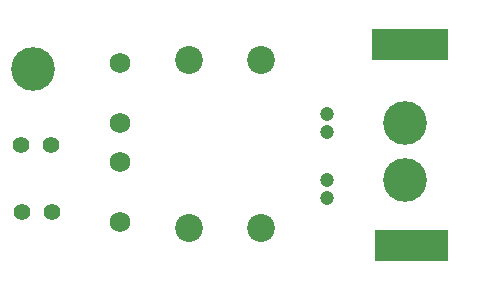
<source format=gts>
G04 ---------------------------- Layer name :TOP SOLDER LAYER*
G04 EasyEDA v5.8.22, Sun, 02 Dec 2018 06:11:37 GMT*
G04 d5963adffaad412e904dfcf3e3a13330*
G04 Gerber Generator version 0.2*
G04 Scale: 100 percent, Rotated: No, Reflected: No *
G04 Dimensions in inches *
G04 leading zeros omitted , absolute positions ,2 integer and 4 decimal *
%FSLAX24Y24*%
%MOIN*%
G90*
G70D02*

%ADD22C,0.055000*%
%ADD23C,0.047370*%
%ADD24C,0.068000*%
%ADD25C,0.093000*%
%ADD26C,0.145790*%

%LPD*%
G54D22*
G01X890Y3869D03*
G01X1890Y3869D03*
G01X1909Y1630D03*
G01X909Y1630D03*
G54D23*
G01X11100Y4300D03*
G01X11100Y4890D03*
G01X11100Y2100D03*
G01X11100Y2690D03*
G54D24*
G01X4200Y6600D03*
G01X4200Y4600D03*
G01X4200Y1300D03*
G01X4200Y3300D03*
G54D25*
G01X6500Y1100D03*
G01X6500Y6700D03*
G01X8900Y1100D03*
G01X8900Y6700D03*
G54D26*
G01X13700Y4600D03*
G01X13700Y2700D03*
G01X1300Y6400D03*
G36*
G01X12680Y1019D02*
G01X15119Y1019D01*
G01X15119Y-20D01*
G01X12680Y-20D01*
G01X12680Y1019D01*
G37*
G36*
G01X12680Y1019D02*
G01X15119Y1019D01*
G01X15119Y-20D01*
G01X12680Y-20D01*
G01X12680Y1019D01*
G37*
G36*
G01X12580Y7719D02*
G01X15119Y7719D01*
G01X15119Y6679D01*
G01X12580Y6679D01*
G01X12580Y7719D01*
G37*
M00*
M02*

</source>
